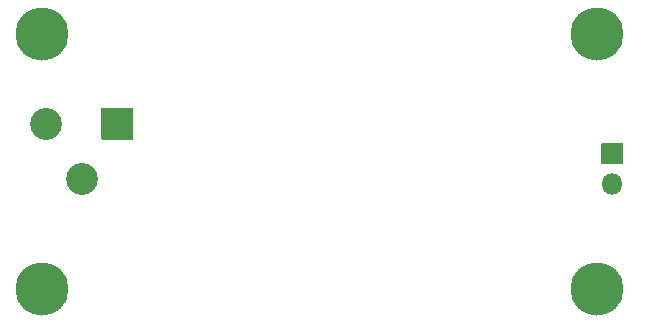
<source format=gbs>
%TF.GenerationSoftware,KiCad,Pcbnew,(5.1.12)-1*%
%TF.CreationDate,2021-11-13T04:14:35-08:00*%
%TF.ProjectId,techdemo,74656368-6465-46d6-9f2e-6b696361645f,rev?*%
%TF.SameCoordinates,Original*%
%TF.FileFunction,Soldermask,Bot*%
%TF.FilePolarity,Negative*%
%FSLAX46Y46*%
G04 Gerber Fmt 4.6, Leading zero omitted, Abs format (unit mm)*
G04 Created by KiCad (PCBNEW (5.1.12)-1) date 2021-11-13 04:14:35*
%MOMM*%
%LPD*%
G01*
G04 APERTURE LIST*
%ADD10C,4.501600*%
%ADD11O,1.801600X1.801600*%
%ADD12C,2.701600*%
G04 APERTURE END LIST*
D10*
%TO.C,REF\u002A\u002A*%
X144780000Y-82550000D03*
%TD*%
%TO.C,REF\u002A\u002A*%
X144780000Y-104140000D03*
%TD*%
%TO.C,REF\u002A\u002A*%
X191770000Y-104140000D03*
%TD*%
%TO.C,REF\u002A\u002A*%
X191770000Y-82550000D03*
%TD*%
D11*
%TO.C,J2*%
X193040000Y-95250000D03*
G36*
G01*
X192139200Y-93560000D02*
X192139200Y-91860000D01*
G75*
G02*
X192190000Y-91809200I50800J0D01*
G01*
X193890000Y-91809200D01*
G75*
G02*
X193940800Y-91860000I0J-50800D01*
G01*
X193940800Y-93560000D01*
G75*
G02*
X193890000Y-93610800I-50800J0D01*
G01*
X192190000Y-93610800D01*
G75*
G02*
X192139200Y-93560000I0J50800D01*
G01*
G37*
%TD*%
D12*
%TO.C,J1*%
X148130000Y-94870000D03*
X145130000Y-90170000D03*
G36*
G01*
X149830000Y-88819200D02*
X152430000Y-88819200D01*
G75*
G02*
X152480800Y-88870000I0J-50800D01*
G01*
X152480800Y-91470000D01*
G75*
G02*
X152430000Y-91520800I-50800J0D01*
G01*
X149830000Y-91520800D01*
G75*
G02*
X149779200Y-91470000I0J50800D01*
G01*
X149779200Y-88870000D01*
G75*
G02*
X149830000Y-88819200I50800J0D01*
G01*
G37*
%TD*%
M02*

</source>
